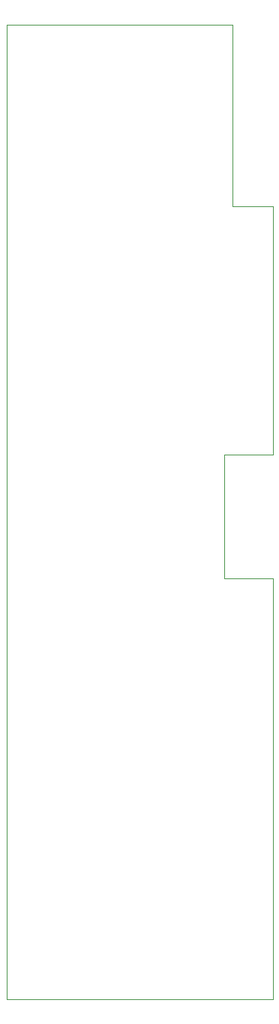
<source format=gbr>
%TF.GenerationSoftware,KiCad,Pcbnew,(5.1.9-0-10_14)*%
%TF.CreationDate,2021-03-07T22:41:29+09:00*%
%TF.ProjectId,jade_hardware,6a616465-5f68-4617-9264-776172652e6b,A*%
%TF.SameCoordinates,Original*%
%TF.FileFunction,Profile,NP*%
%FSLAX46Y46*%
G04 Gerber Fmt 4.6, Leading zero omitted, Abs format (unit mm)*
G04 Created by KiCad (PCBNEW (5.1.9-0-10_14)) date 2021-03-07 22:41:29*
%MOMM*%
%LPD*%
G01*
G04 APERTURE LIST*
%TA.AperFunction,Profile*%
%ADD10C,0.050000*%
%TD*%
G04 APERTURE END LIST*
D10*
X140500000Y-70500000D02*
X140500000Y-51500000D01*
X145000000Y-70500000D02*
X140500000Y-70500000D01*
X139500000Y-98500000D02*
X145000000Y-98500000D01*
X139500000Y-112500000D02*
X139500000Y-98500000D01*
X145000000Y-112500000D02*
X139500000Y-112500000D01*
X140500000Y-51500000D02*
X140500000Y-50000000D01*
X145000000Y-98500000D02*
X145000000Y-70500000D01*
X140500000Y-50000000D02*
X115000000Y-50000000D01*
X145000000Y-160000000D02*
X145000000Y-112500000D01*
X115000000Y-160000000D02*
X145000000Y-160000000D01*
X115000000Y-50000000D02*
X115000000Y-160000000D01*
M02*

</source>
